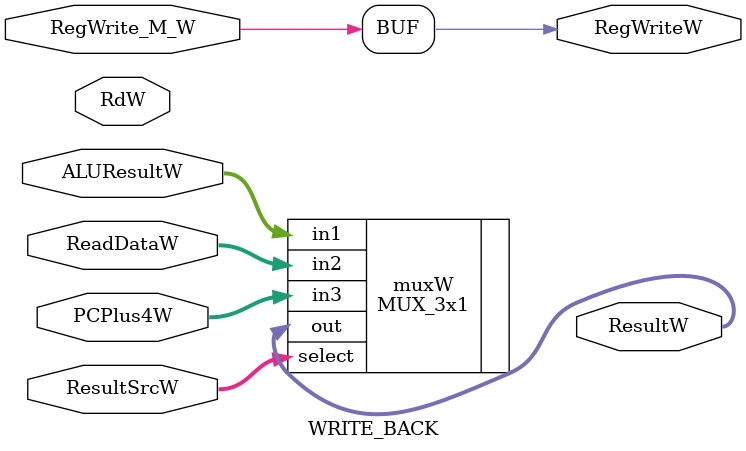
<source format=v>
module WRITE_BACK(

input wire RegWrite_M_W,
input wire [1:0] ResultSrcW,
input wire [31:0] ALUResultW,
input wire [31:0] ReadDataW,
input wire [11:7] RdW,
input wire [31:0] PCPlus4W,
output wire RegWriteW,
output wire [31:0] ResultW


);
assign RegWriteW = RegWrite_M_W;
 MUX_3x1 muxW(
.in1(ALUResultW),
.in2(ReadDataW), 
.in3(PCPlus4W), 
.select(ResultSrcW),
.out(ResultW)
);











endmodule
</source>
